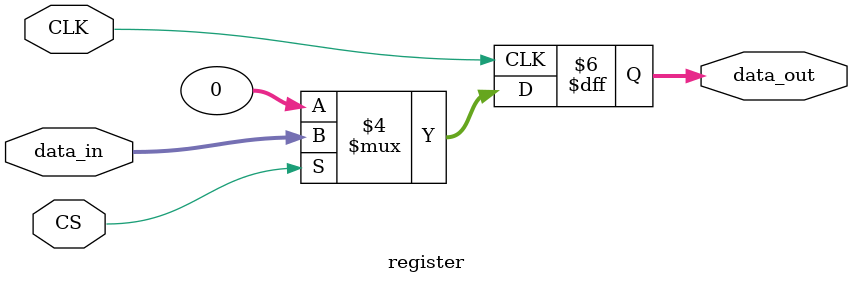
<source format=v>
module register (CLK, data_in, CS, data_out);
  input CLK, CS;
  input [31:0] data_in;
  output reg [31:0] data_out;
  
  always @(posedge CLK) begin
    if (!CS) data_out <= 0;
    else data_out <= data_in;
  end
  
endmodule
 
</source>
